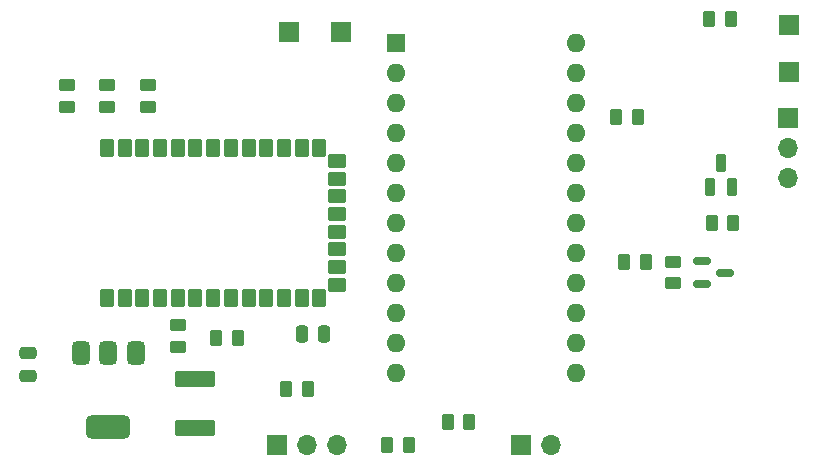
<source format=gbr>
%TF.GenerationSoftware,KiCad,Pcbnew,9.0.1*%
%TF.CreationDate,2025-05-26T15:55:47+03:00*%
%TF.ProjectId,KeyboardSecurity,4b657962-6f61-4726-9453-656375726974,rev?*%
%TF.SameCoordinates,Original*%
%TF.FileFunction,Soldermask,Top*%
%TF.FilePolarity,Negative*%
%FSLAX46Y46*%
G04 Gerber Fmt 4.6, Leading zero omitted, Abs format (unit mm)*
G04 Created by KiCad (PCBNEW 9.0.1) date 2025-05-26 15:55:47*
%MOMM*%
%LPD*%
G01*
G04 APERTURE LIST*
G04 Aperture macros list*
%AMRoundRect*
0 Rectangle with rounded corners*
0 $1 Rounding radius*
0 $2 $3 $4 $5 $6 $7 $8 $9 X,Y pos of 4 corners*
0 Add a 4 corners polygon primitive as box body*
4,1,4,$2,$3,$4,$5,$6,$7,$8,$9,$2,$3,0*
0 Add four circle primitives for the rounded corners*
1,1,$1+$1,$2,$3*
1,1,$1+$1,$4,$5*
1,1,$1+$1,$6,$7*
1,1,$1+$1,$8,$9*
0 Add four rect primitives between the rounded corners*
20,1,$1+$1,$2,$3,$4,$5,0*
20,1,$1+$1,$4,$5,$6,$7,0*
20,1,$1+$1,$6,$7,$8,$9,0*
20,1,$1+$1,$8,$9,$2,$3,0*%
G04 Aperture macros list end*
%ADD10RoundRect,0.250000X0.262500X0.450000X-0.262500X0.450000X-0.262500X-0.450000X0.262500X-0.450000X0*%
%ADD11R,1.700000X1.700000*%
%ADD12RoundRect,0.250000X0.450000X-0.262500X0.450000X0.262500X-0.450000X0.262500X-0.450000X-0.262500X0*%
%ADD13RoundRect,0.249999X1.450001X-0.450001X1.450001X0.450001X-1.450001X0.450001X-1.450001X-0.450001X0*%
%ADD14RoundRect,0.150000X-0.587500X-0.150000X0.587500X-0.150000X0.587500X0.150000X-0.587500X0.150000X0*%
%ADD15RoundRect,0.250000X-0.475000X0.250000X-0.475000X-0.250000X0.475000X-0.250000X0.475000X0.250000X0*%
%ADD16RoundRect,0.250000X-0.250000X-0.475000X0.250000X-0.475000X0.250000X0.475000X-0.250000X0.475000X0*%
%ADD17R,1.600000X1.600000*%
%ADD18O,1.600000X1.600000*%
%ADD19RoundRect,0.099250X0.297750X-0.652750X0.297750X0.652750X-0.297750X0.652750X-0.297750X-0.652750X0*%
%ADD20O,1.700000X1.700000*%
%ADD21RoundRect,0.102000X0.500000X-0.650000X0.500000X0.650000X-0.500000X0.650000X-0.500000X-0.650000X0*%
%ADD22RoundRect,0.102000X0.650000X-0.500000X0.650000X0.500000X-0.650000X0.500000X-0.650000X-0.500000X0*%
%ADD23RoundRect,0.250000X-0.262500X-0.450000X0.262500X-0.450000X0.262500X0.450000X-0.262500X0.450000X0*%
%ADD24RoundRect,0.375000X-0.375000X0.625000X-0.375000X-0.625000X0.375000X-0.625000X0.375000X0.625000X0*%
%ADD25RoundRect,0.500000X-1.400000X0.500000X-1.400000X-0.500000X1.400000X-0.500000X1.400000X0.500000X0*%
%ADD26RoundRect,0.250000X-0.450000X0.262500X-0.450000X-0.262500X0.450000X-0.262500X0.450000X0.262500X0*%
G04 APERTURE END LIST*
D10*
%TO.C,R12*%
X131012500Y-79800000D03*
X129187500Y-79800000D03*
%TD*%
%TO.C,R13*%
X138912500Y-71500000D03*
X137087500Y-71500000D03*
%TD*%
D11*
%TO.C,J5*%
X143794000Y-76000000D03*
%TD*%
%TO.C,J4*%
X143794000Y-72000000D03*
%TD*%
D12*
%TO.C,R11*%
X89547700Y-78915900D03*
X89547700Y-77090900D03*
%TD*%
D13*
%TO.C,C2*%
X93522800Y-106088400D03*
X93522800Y-101988400D03*
%TD*%
D14*
%TO.C,Q2*%
X136499600Y-92003800D03*
X136499600Y-93903800D03*
X138374600Y-92953800D03*
%TD*%
D15*
%TO.C,C1*%
X79400400Y-99786400D03*
X79400400Y-101686400D03*
%TD*%
D10*
%TO.C,R1*%
X97153100Y-98526600D03*
X95328100Y-98526600D03*
%TD*%
D16*
%TO.C,C3*%
X102555000Y-98171000D03*
X104455000Y-98171000D03*
%TD*%
D17*
%TO.C,U1*%
X110591600Y-73482200D03*
D18*
X110591600Y-76022200D03*
X110591600Y-78562200D03*
X110591600Y-81102200D03*
X110591600Y-83642200D03*
X110591600Y-86182200D03*
X110591600Y-88722200D03*
X110591600Y-91262200D03*
X110591600Y-93802200D03*
X110591600Y-96342200D03*
X110591600Y-98882200D03*
X110591600Y-101422200D03*
X125831600Y-101422200D03*
X125831600Y-98882200D03*
X125831600Y-96342200D03*
X125831600Y-93802200D03*
X125831600Y-91262200D03*
X125831600Y-88722200D03*
X125831600Y-86182200D03*
X125831600Y-83642200D03*
X125831600Y-81102200D03*
X125831600Y-78562200D03*
X125831600Y-76022200D03*
X125831600Y-73482200D03*
%TD*%
D19*
%TO.C,Q1*%
X137099000Y-85708600D03*
X138999000Y-85708600D03*
X138049000Y-83658600D03*
%TD*%
D12*
%TO.C,R4*%
X86080600Y-78915900D03*
X86080600Y-77090900D03*
%TD*%
D11*
%TO.C,SW1*%
X121153000Y-107543600D03*
D20*
X123693000Y-107543600D03*
%TD*%
D12*
%TO.C,R5*%
X82702400Y-78915900D03*
X82702400Y-77090900D03*
%TD*%
D21*
%TO.C,U2*%
X86069400Y-95097600D03*
X87569400Y-95097600D03*
X89069400Y-95097600D03*
X90569400Y-95097600D03*
X92069400Y-95097600D03*
X93569400Y-95097600D03*
X95069400Y-95097600D03*
X96569400Y-95097600D03*
X98069400Y-95097600D03*
X99569400Y-95097600D03*
X101069400Y-95097600D03*
X102569400Y-95097600D03*
X104069400Y-95097600D03*
D22*
X105569400Y-93997600D03*
X105569400Y-92497600D03*
X105569400Y-90997600D03*
X105569400Y-89497600D03*
X105569400Y-87997600D03*
X105569400Y-86497600D03*
X105569400Y-84997600D03*
X105569400Y-83497600D03*
D21*
X104069400Y-82397600D03*
X102569400Y-82397600D03*
X101069400Y-82397600D03*
X99569400Y-82397600D03*
X98069400Y-82397600D03*
X96569400Y-82397600D03*
X95069400Y-82397600D03*
X93569400Y-82397600D03*
X92069400Y-82397600D03*
X90569400Y-82397600D03*
X89069400Y-82397600D03*
X87569400Y-82397600D03*
X86069400Y-82397600D03*
%TD*%
D10*
%TO.C,R8*%
X139113900Y-88722200D03*
X137288900Y-88722200D03*
%TD*%
D11*
%TO.C,D1*%
X100457000Y-107543600D03*
D20*
X102997000Y-107543600D03*
X105537000Y-107543600D03*
%TD*%
D23*
%TO.C,R10*%
X129867500Y-92039400D03*
X131692500Y-92039400D03*
%TD*%
D24*
%TO.C,U3*%
X88507600Y-99770800D03*
X86207600Y-99770800D03*
D25*
X86207600Y-106070800D03*
D24*
X83907600Y-99770800D03*
%TD*%
D23*
%TO.C,R6*%
X101271700Y-102844600D03*
X103096700Y-102844600D03*
%TD*%
D26*
%TO.C,R9*%
X133980400Y-92039400D03*
X133980400Y-93864400D03*
%TD*%
D10*
%TO.C,R3*%
X116761900Y-105587800D03*
X114936900Y-105587800D03*
%TD*%
D12*
%TO.C,R2*%
X92125800Y-99261300D03*
X92125800Y-97436300D03*
%TD*%
D23*
%TO.C,R7*%
X109806100Y-107543600D03*
X111631100Y-107543600D03*
%TD*%
D11*
%TO.C,J2*%
X105918000Y-72567800D03*
%TD*%
%TO.C,J3*%
X101498400Y-72567800D03*
%TD*%
%TO.C,J1*%
X143764000Y-79857600D03*
D20*
X143764000Y-82397600D03*
X143764000Y-84937600D03*
%TD*%
M02*

</source>
